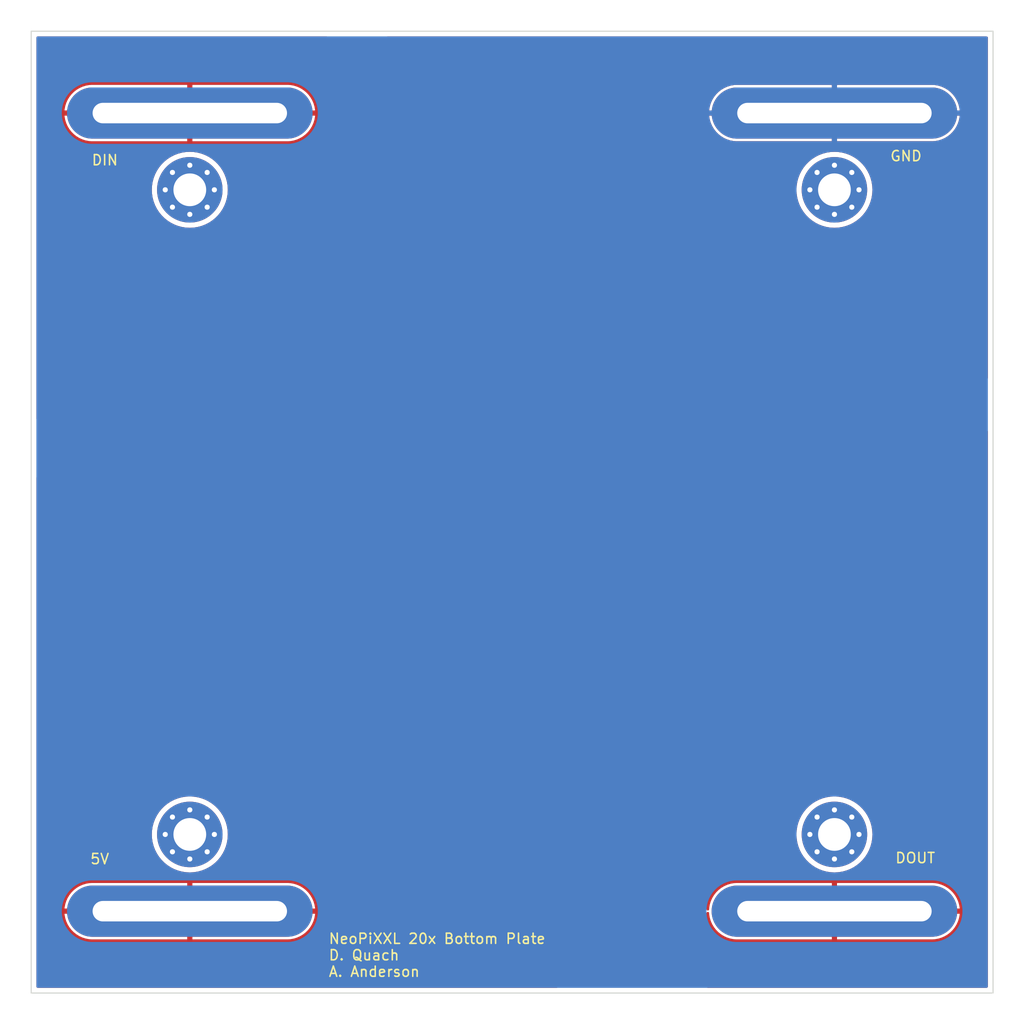
<source format=kicad_pcb>
(kicad_pcb (version 20211014) (generator pcbnew)
  (layers (0 "F.Cu" signal) (31 "B.Cu" signal) (34 "B.Paste" user) (35 "F.Paste" user) (36 "B.SilkS" user "B.Silkscreen") (37 "F.SilkS" user "F.Silkscreen") (38 "B.Mask" user) (39 "F.Mask" user) (44 "Edge.Cuts" user))
  (net 0 "")
  (net 1 "DOUT")
  (net 2 "+5V")
  (net 3 "GND")
  (net 4 "DIN")
  (footprint "prints:WirePad" (layer "F.Cu") (at 152 98)
    (fp_text reference "TP4" hide)
    (fp_text value "WirePad")
    (pad "1" smd circle (at 0 0) (size 2 2) (layers "F.Cu" "F.Paste" "F.Mask") (net 1 "DOUT"))
  )
  (footprint "MountingHole:MountingHole_3.2mm_M3_Pad_Via" (layer "F.Cu") (at 98.5 130.5)
    (fp_text reference "REF**" hide)
    (fp_text value "MountingHole_3.2mm_M3_Pad_Via")
    (pad "1" thru_hole circle (at 0 -2.4) (size 0.8 0.8) (drill 0.5) (layers *.Cu *.Mask))
    (pad "1" thru_hole circle (at -2.4 0) (size 0.8 0.8) (drill 0.5) (layers *.Cu *.Mask))
    (pad "1" thru_hole circle (at -1.697056 1.697056) (size 0.8 0.8) (drill 0.5) (layers *.Cu *.Mask))
    (pad "1" thru_hole circle (at -1.697056 -1.697056) (size 0.8 0.8) (drill 0.5) (layers *.Cu *.Mask))
    (pad "1" thru_hole circle (at 0 2.4) (size 0.8 0.8) (drill 0.5) (layers *.Cu *.Mask))
    (pad "1" thru_hole circle (at 2.4 0) (size 0.8 0.8) (drill 0.5) (layers *.Cu *.Mask))
    (pad "1" thru_hole circle (at 1.697056 1.697056) (size 0.8 0.8) (drill 0.5) (layers *.Cu *.Mask))
    (pad "1" thru_hole circle (at 1.697056 -1.697056) (size 0.8 0.8) (drill 0.5) (layers *.Cu *.Mask))
    (pad "1" thru_hole circle (at 0 0) (size 6.4 6.4) (drill 3.2) (layers *.Cu *.Mask))
  )
  (footprint "prints:pin_pad" (layer "F.Cu") (at 98.5 60 90)
    (fp_text reference "J4" (at 0 -2.9 90 unlocked) (layer "F.SilkS"))
    (fp_text value "Leg")
    (pad "1" thru_hole oval (at 0 0 90) (size 5 24) (drill oval 2 19) (layers *.Cu *.Mask) (net 4 "DIN"))
  )
  (footprint "MountingHole:MountingHole_3.2mm_M3_Pad_Via" (layer "F.Cu") (at 161.5 130.5)
    (fp_text reference "REF**" hide)
    (fp_text value "MountingHole_3.2mm_M3_Pad_Via")
    (pad "1" thru_hole circle (at -1.697056 1.697056) (size 0.8 0.8) (drill 0.5) (layers *.Cu *.Mask))
    (pad "1" thru_hole circle (at 0 2.4) (size 0.8 0.8) (drill 0.5) (layers *.Cu *.Mask))
    (pad "1" thru_hole circle (at -1.697056 -1.697056) (size 0.8 0.8) (drill 0.5) (layers *.Cu *.Mask))
    (pad "1" thru_hole circle (at 2.4 0) (size 0.8 0.8) (drill 0.5) (layers *.Cu *.Mask))
    (pad "1" thru_hole circle (at 1.697056 -1.697056) (size 0.8 0.8) (drill 0.5) (layers *.Cu *.Mask))
    (pad "1" thru_hole circle (at -2.4 0) (size 0.8 0.8) (drill 0.5) (layers *.Cu *.Mask))
    (pad "1" thru_hole circle (at 1.697056 1.697056) (size 0.8 0.8) (drill 0.5) (layers *.Cu *.Mask))
    (pad "1" thru_hole circle (at 0 0) (size 6.4 6.4) (drill 3.2) (layers *.Cu *.Mask))
    (pad "1" thru_hole circle (at 0 -2.4) (size 0.8 0.8) (drill 0.5) (layers *.Cu *.Mask))
  )
  (footprint "prints:WirePad" (layer "F.Cu") (at 116 117)
    (fp_text reference "TP2" hide)
    (fp_text value "WirePad")
    (pad "1" smd circle (at 0 0) (size 2 2) (layers "F.Cu" "F.Paste" "F.Mask") (net 2 "+5V"))
  )
  (footprint "MountingHole:MountingHole_3.2mm_M3_Pad_Via" (layer "F.Cu") (at 161.5 67.5)
    (fp_text reference "REF**" hide)
    (fp_text value "MountingHole_3.2mm_M3_Pad_Via")
    (pad "1" thru_hole circle (at 0 2.4) (size 0.8 0.8) (drill 0.5) (layers *.Cu *.Mask))
    (pad "1" thru_hole circle (at -1.697056 1.697056) (size 0.8 0.8) (drill 0.5) (layers *.Cu *.Mask))
    (pad "1" thru_hole circle (at 1.697056 1.697056) (size 0.8 0.8) (drill 0.5) (layers *.Cu *.Mask))
    (pad "1" thru_hole circle (at 0 -2.4) (size 0.8 0.8) (drill 0.5) (layers *.Cu *.Mask))
    (pad "1" thru_hole circle (at 0 0) (size 6.4 6.4) (drill 3.2) (layers *.Cu *.Mask))
    (pad "1" thru_hole circle (at -1.697056 -1.697056) (size 0.8 0.8) (drill 0.5) (layers *.Cu *.Mask))
    (pad "1" thru_hole circle (at 1.697056 -1.697056) (size 0.8 0.8) (drill 0.5) (layers *.Cu *.Mask))
    (pad "1" thru_hole circle (at 2.4 0) (size 0.8 0.8) (drill 0.5) (layers *.Cu *.Mask))
    (pad "1" thru_hole circle (at -2.4 0) (size 0.8 0.8) (drill 0.5) (layers *.Cu *.Mask))
  )
  (footprint "prints:pin_pad" (layer "F.Cu") (at 161.5 60 90)
    (fp_text reference "J3" (at 0 -0.5 90 unlocked) (layer "F.SilkS"))
    (fp_text value "Leg")
    (pad "1" thru_hole oval (at 0 0 90) (size 5 24) (drill oval 2 19) (layers *.Cu *.Mask) (net 3 "GND"))
  )
  (footprint "prints:WirePad" (layer "F.Cu") (at 129 117)
    (fp_text reference "TP1" hide)
    (fp_text value "WirePad")
    (pad "1" smd circle (at 0 0) (size 2 2) (layers "F.Cu" "F.Paste" "F.Mask") (net 2 "+5V"))
  )
  (footprint "MountingHole:MountingHole_3.2mm_M3_Pad_Via" (layer "F.Cu") (at 98.5 67.5)
    (fp_text reference "REF**" hide)
    (fp_text value "MountingHole_3.2mm_M3_Pad_Via")
    (pad "1" thru_hole circle (at 0 0) (size 6.4 6.4) (drill 3.2) (layers *.Cu *.Mask))
    (pad "1" thru_hole circle (at 1.697056 -1.697056) (size 0.8 0.8) (drill 0.5) (layers *.Cu *.Mask))
    (pad "1" thru_hole circle (at 0 2.4) (size 0.8 0.8) (drill 0.5) (layers *.Cu *.Mask))
    (pad "1" thru_hole circle (at -2.4 0) (size 0.8 0.8) (drill 0.5) (layers *.Cu *.Mask))
    (pad "1" thru_hole circle (at 2.4 0) (size 0.8 0.8) (drill 0.5) (layers *.Cu *.Mask))
    (pad "1" thru_hole circle (at 1.697056 1.697056) (size 0.8 0.8) (drill 0.5) (layers *.Cu *.Mask))
    (pad "1" thru_hole circle (at -1.697056 -1.697056) (size 0.8 0.8) (drill 0.5) (layers *.Cu *.Mask))
    (pad "1" thru_hole circle (at 0 -2.4) (size 0.8 0.8) (drill 0.5) (layers *.Cu *.Mask))
    (pad "1" thru_hole circle (at -1.697056 1.697056) (size 0.8 0.8) (drill 0.5) (layers *.Cu *.Mask))
  )
  (footprint "prints:pin_pad" (layer "F.Cu") (at 98.5 138 90)
    (fp_text reference "J2" (at 0 -0.5 90 unlocked) (layer "F.SilkS"))
    (fp_text value "Leg")
    (pad "1" thru_hole oval (at 0 0 90) (size 5 24) (drill oval 2 19) (layers *.Cu *.Mask) (net 2 "+5V"))
  )
  (footprint "prints:middle_pour" (layer "F.Cu") (at 130 99)
    (fp_text reference "G***" hide)
    (fp_text value "LOGO" hide)
  )
  (footprint "prints:WirePad" (layer "F.Cu") (at 147 82)
    (fp_text reference "TP6" hide)
    (fp_text value "WirePad")
    (pad "1" smd circle (at 0 0) (size 2 2) (layers "F.Cu" "F.Paste" "F.Mask") (net 3 "GND"))
  )
  (footprint "prints:WirePad" (layer "F.Cu") (at 108 100)
    (fp_text reference "TP3" hide)
    (fp_text value "WirePad")
    (pad "1" smd circle (at 0 0) (size 2 2) (layers "F.Cu" "F.Paste" "F.Mask") (net 2 "+5V"))
  )
  (footprint "prints:pin_pad" (layer "F.Cu") (at 161.5 138 90)
    (fp_text reference "J1" (at 0 -0.5 90 unlocked) (layer "F.SilkS"))
    (fp_text value "Leg")
    (pad "1" thru_hole oval (at 0 0 90) (size 5 24) (drill oval 2 19) (layers *.Cu *.Mask) (net 1 "DOUT"))
  )
  (footprint "prints:WirePad" (layer "F.Cu") (at 109 82)
    (fp_text reference "TP5" hide)
    (fp_text value "WirePad")
    (pad "1" smd circle (at 0 0) (size 2 2) (layers "F.Cu" "F.Paste" "F.Mask") (net 4 "DIN"))
  )
  (gr_line (start 83 146) (end 83 52) (layer "Edge.Cuts") (width 0.1))
  (gr_line (start 83 52) (end 177 52) (layer "Edge.Cuts") (width 0.1))
  (gr_line (start 177 146) (end 83 146) (layer "Edge.Cuts") (width 0.1))
  (gr_line (start 177 52) (end 177 146) (layer "Edge.Cuts") (width 0.1))
  (gr_text "NeoPiXXL 20x Bottom Plate\nD. Quach\nA. Anderson" (at 112 142.3) (layer "F.SilkS") (effects (font (size 1 1)) (justify left)))
  (gr_text "DOUT" (at 169.4 132.8) (layer "F.SilkS") (effects (font (size 1 1))))
  (gr_text "5V" (at 89.7 132.9) (layer "F.SilkS") (effects (font (size 1 1))))
  (gr_text "GND\n" (at 168.5 64.2) (layer "F.SilkS") (effects (font (size 1 1))))
  (gr_text "DIN" (at 90.2 64.6) (layer "F.SilkS") (effects (font (size 1 1))))
  (zone (net 1) (net_name "DOUT") (layer "F.Cu") (connect_pads (clearance 0.508)) (min_thickness 0.254) (fill yes (thermal_gap 0.254) (thermal_bridge_width 0.508))
    (polygon (pts (xy 180 149) (xy 149 149) (xy 149 130) (xy 148 123) (xy 142 120) (xy 142 100) (xy 152.7 91) (xy 180 91)))
  )
  (zone (net 3) (net_name "GND") (layer "F.Cu") (connect_pads (clearance 0.508)) (min_thickness 0.254) (fill yes (thermal_gap 0.254) (thermal_bridge_width 0.508))
    (polygon (pts (xy 180 86) (xy 148.326518 86.165668) (xy 140.174762 93.765668) (xy 121.04 93.82) (xy 117.64 92.12) (xy 117.7 49) (xy 180 49)))
  )
  (zone (net 2) (net_name "+5V") (layer "F.Cu") (connect_pads (clearance 0.508)) (min_thickness 0.254) (fill yes (thermal_gap 0.254) (thermal_bridge_width 0.508))
    (polygon (pts (xy 119 100) (xy 134.095897 100.098399) (xy 134.495897 148.998399) (xy 80 149) (xy 80 95.5) (xy 112.9 95.5)))
  )
  (zone (net 4) (net_name "DIN") (layer "F.Cu") (connect_pads (clearance 0.508)) (min_thickness 0.254) (fill yes (thermal_gap 0.254) (thermal_bridge_width 0.508))
    (polygon (pts (xy 112 90) (xy 80 90) (xy 80 49) (xy 112 49)))
  )
  (zone (net 3) (net_name "GND") (layer "B.Cu") (connect_pads (clearance 0.508)) (min_thickness 0.254) (fill yes (thermal_gap 0.254) (thermal_bridge_width 0.508))
    (polygon (pts (xy 177 146) (xy 83 146) (xy 83 52) (xy 177 52)))
  )
)
</source>
